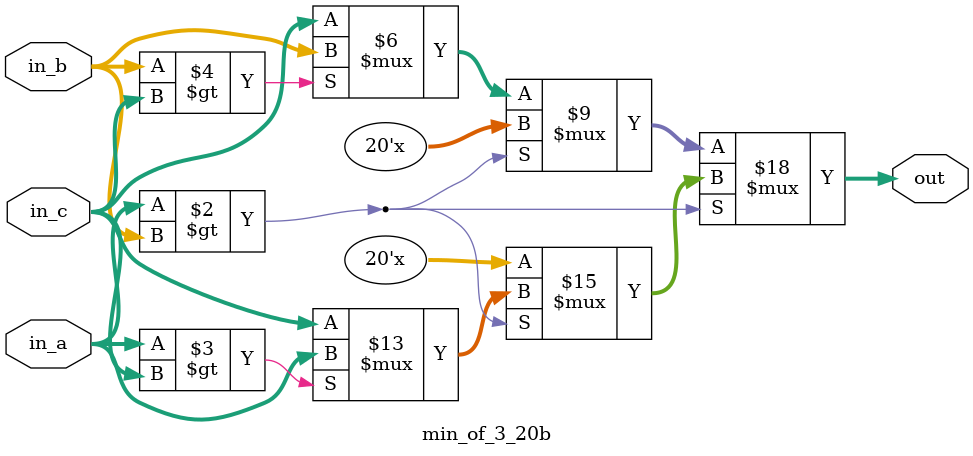
<source format=v>
module min_of_3_20b(in_a, in_b, in_c, out);

input [19:0] in_a, in_b, in_c;
output reg [19:0] out;

always @(*)
begin
	if(in_a > in_b)
		begin
			if(in_a > in_c)
				out = in_a;
			else
				out = in_c;
		end
	else
		begin
			if(in_b > in_c)
				out = in_b;
			else
				out = in_c;
		end
end

endmodule

//testbench
/*
module test_min_of_3;

reg [7:0] a, b, c;
wire [7:0] o;

min_of_3 test_min_of_3(a,b,c,o);

initial
	begin
		a = 8'b11110000;
		b = 8'b10100110;
		c = 8'b01010101;

		#20
		
		
		a = 8'b01110000;
		b = 8'b10111000;
		c = 8'b10010000;

		#20

		
		a = 8'b00000000; 
		b = 8'b00000001;
		c = 8'b10100000;

		#100 $finish;
	end

initial
	$monitor("%1t, a = %b, b = %b, c = %b, out = %b", $time, a, b, c, o);

endmodule
*/

</source>
